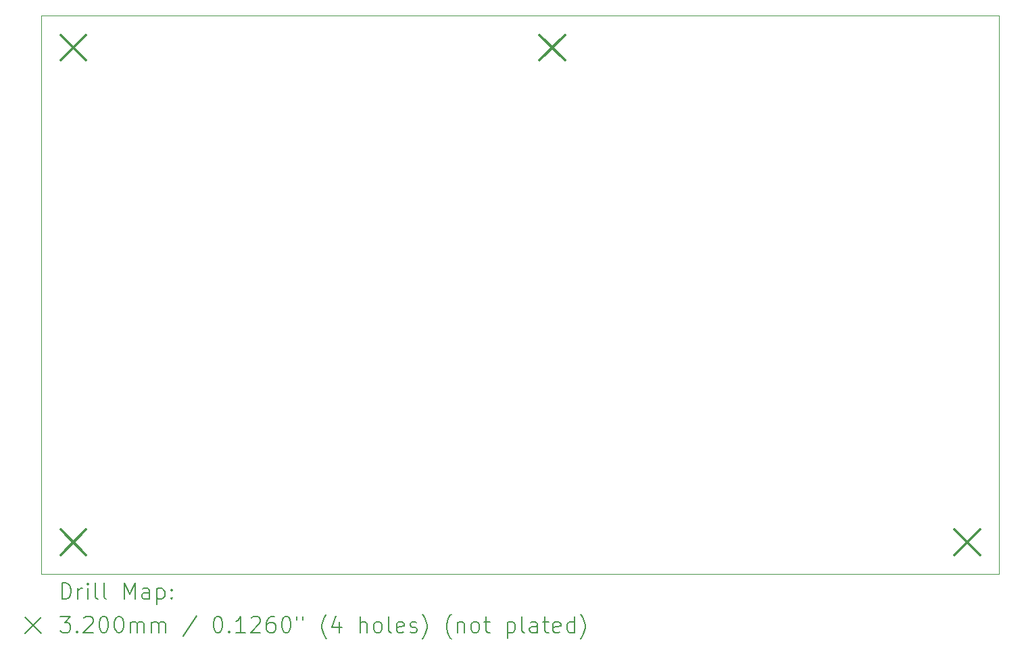
<source format=gbr>
%TF.GenerationSoftware,KiCad,Pcbnew,9.0.6*%
%TF.CreationDate,2025-12-28T14:00:27+01:00*%
%TF.ProjectId,astro-control,61737472-6f2d-4636-9f6e-74726f6c2e6b,rev?*%
%TF.SameCoordinates,Original*%
%TF.FileFunction,Drillmap*%
%TF.FilePolarity,Positive*%
%FSLAX45Y45*%
G04 Gerber Fmt 4.5, Leading zero omitted, Abs format (unit mm)*
G04 Created by KiCad (PCBNEW 9.0.6) date 2025-12-28 14:00:27*
%MOMM*%
%LPD*%
G01*
G04 APERTURE LIST*
%ADD10C,0.050000*%
%ADD11C,0.200000*%
%ADD12C,0.320000*%
G04 APERTURE END LIST*
D10*
X20200000Y-5000000D02*
X20200000Y-12000000D01*
X20200000Y-12000000D02*
X8200000Y-12000000D01*
X8200000Y-12000000D02*
X8200000Y-5000000D01*
X8200000Y-5000000D02*
X20200000Y-5000000D01*
D11*
D12*
X8440000Y-5240000D02*
X8760000Y-5560000D01*
X8760000Y-5240000D02*
X8440000Y-5560000D01*
X8440000Y-11440000D02*
X8760000Y-11760000D01*
X8760000Y-11440000D02*
X8440000Y-11760000D01*
X14440000Y-5240000D02*
X14760000Y-5560000D01*
X14760000Y-5240000D02*
X14440000Y-5560000D01*
X19640000Y-11440000D02*
X19960000Y-11760000D01*
X19960000Y-11440000D02*
X19640000Y-11760000D01*
D11*
X8458277Y-12313984D02*
X8458277Y-12113984D01*
X8458277Y-12113984D02*
X8505896Y-12113984D01*
X8505896Y-12113984D02*
X8534467Y-12123508D01*
X8534467Y-12123508D02*
X8553515Y-12142555D01*
X8553515Y-12142555D02*
X8563039Y-12161603D01*
X8563039Y-12161603D02*
X8572563Y-12199698D01*
X8572563Y-12199698D02*
X8572563Y-12228269D01*
X8572563Y-12228269D02*
X8563039Y-12266365D01*
X8563039Y-12266365D02*
X8553515Y-12285412D01*
X8553515Y-12285412D02*
X8534467Y-12304460D01*
X8534467Y-12304460D02*
X8505896Y-12313984D01*
X8505896Y-12313984D02*
X8458277Y-12313984D01*
X8658277Y-12313984D02*
X8658277Y-12180650D01*
X8658277Y-12218746D02*
X8667801Y-12199698D01*
X8667801Y-12199698D02*
X8677324Y-12190174D01*
X8677324Y-12190174D02*
X8696372Y-12180650D01*
X8696372Y-12180650D02*
X8715420Y-12180650D01*
X8782086Y-12313984D02*
X8782086Y-12180650D01*
X8782086Y-12113984D02*
X8772563Y-12123508D01*
X8772563Y-12123508D02*
X8782086Y-12133031D01*
X8782086Y-12133031D02*
X8791610Y-12123508D01*
X8791610Y-12123508D02*
X8782086Y-12113984D01*
X8782086Y-12113984D02*
X8782086Y-12133031D01*
X8905896Y-12313984D02*
X8886848Y-12304460D01*
X8886848Y-12304460D02*
X8877324Y-12285412D01*
X8877324Y-12285412D02*
X8877324Y-12113984D01*
X9010658Y-12313984D02*
X8991610Y-12304460D01*
X8991610Y-12304460D02*
X8982086Y-12285412D01*
X8982086Y-12285412D02*
X8982086Y-12113984D01*
X9239229Y-12313984D02*
X9239229Y-12113984D01*
X9239229Y-12113984D02*
X9305896Y-12256841D01*
X9305896Y-12256841D02*
X9372563Y-12113984D01*
X9372563Y-12113984D02*
X9372563Y-12313984D01*
X9553515Y-12313984D02*
X9553515Y-12209222D01*
X9553515Y-12209222D02*
X9543991Y-12190174D01*
X9543991Y-12190174D02*
X9524944Y-12180650D01*
X9524944Y-12180650D02*
X9486848Y-12180650D01*
X9486848Y-12180650D02*
X9467801Y-12190174D01*
X9553515Y-12304460D02*
X9534467Y-12313984D01*
X9534467Y-12313984D02*
X9486848Y-12313984D01*
X9486848Y-12313984D02*
X9467801Y-12304460D01*
X9467801Y-12304460D02*
X9458277Y-12285412D01*
X9458277Y-12285412D02*
X9458277Y-12266365D01*
X9458277Y-12266365D02*
X9467801Y-12247317D01*
X9467801Y-12247317D02*
X9486848Y-12237793D01*
X9486848Y-12237793D02*
X9534467Y-12237793D01*
X9534467Y-12237793D02*
X9553515Y-12228269D01*
X9648753Y-12180650D02*
X9648753Y-12380650D01*
X9648753Y-12190174D02*
X9667801Y-12180650D01*
X9667801Y-12180650D02*
X9705896Y-12180650D01*
X9705896Y-12180650D02*
X9724944Y-12190174D01*
X9724944Y-12190174D02*
X9734467Y-12199698D01*
X9734467Y-12199698D02*
X9743991Y-12218746D01*
X9743991Y-12218746D02*
X9743991Y-12275888D01*
X9743991Y-12275888D02*
X9734467Y-12294936D01*
X9734467Y-12294936D02*
X9724944Y-12304460D01*
X9724944Y-12304460D02*
X9705896Y-12313984D01*
X9705896Y-12313984D02*
X9667801Y-12313984D01*
X9667801Y-12313984D02*
X9648753Y-12304460D01*
X9829705Y-12294936D02*
X9839229Y-12304460D01*
X9839229Y-12304460D02*
X9829705Y-12313984D01*
X9829705Y-12313984D02*
X9820182Y-12304460D01*
X9820182Y-12304460D02*
X9829705Y-12294936D01*
X9829705Y-12294936D02*
X9829705Y-12313984D01*
X9829705Y-12190174D02*
X9839229Y-12199698D01*
X9839229Y-12199698D02*
X9829705Y-12209222D01*
X9829705Y-12209222D02*
X9820182Y-12199698D01*
X9820182Y-12199698D02*
X9829705Y-12190174D01*
X9829705Y-12190174D02*
X9829705Y-12209222D01*
X7997500Y-12542500D02*
X8197500Y-12742500D01*
X8197500Y-12542500D02*
X7997500Y-12742500D01*
X8439229Y-12533984D02*
X8563039Y-12533984D01*
X8563039Y-12533984D02*
X8496372Y-12610174D01*
X8496372Y-12610174D02*
X8524944Y-12610174D01*
X8524944Y-12610174D02*
X8543991Y-12619698D01*
X8543991Y-12619698D02*
X8553515Y-12629222D01*
X8553515Y-12629222D02*
X8563039Y-12648269D01*
X8563039Y-12648269D02*
X8563039Y-12695888D01*
X8563039Y-12695888D02*
X8553515Y-12714936D01*
X8553515Y-12714936D02*
X8543991Y-12724460D01*
X8543991Y-12724460D02*
X8524944Y-12733984D01*
X8524944Y-12733984D02*
X8467801Y-12733984D01*
X8467801Y-12733984D02*
X8448753Y-12724460D01*
X8448753Y-12724460D02*
X8439229Y-12714936D01*
X8648753Y-12714936D02*
X8658277Y-12724460D01*
X8658277Y-12724460D02*
X8648753Y-12733984D01*
X8648753Y-12733984D02*
X8639229Y-12724460D01*
X8639229Y-12724460D02*
X8648753Y-12714936D01*
X8648753Y-12714936D02*
X8648753Y-12733984D01*
X8734467Y-12553031D02*
X8743991Y-12543508D01*
X8743991Y-12543508D02*
X8763039Y-12533984D01*
X8763039Y-12533984D02*
X8810658Y-12533984D01*
X8810658Y-12533984D02*
X8829705Y-12543508D01*
X8829705Y-12543508D02*
X8839229Y-12553031D01*
X8839229Y-12553031D02*
X8848753Y-12572079D01*
X8848753Y-12572079D02*
X8848753Y-12591127D01*
X8848753Y-12591127D02*
X8839229Y-12619698D01*
X8839229Y-12619698D02*
X8724944Y-12733984D01*
X8724944Y-12733984D02*
X8848753Y-12733984D01*
X8972563Y-12533984D02*
X8991610Y-12533984D01*
X8991610Y-12533984D02*
X9010658Y-12543508D01*
X9010658Y-12543508D02*
X9020182Y-12553031D01*
X9020182Y-12553031D02*
X9029705Y-12572079D01*
X9029705Y-12572079D02*
X9039229Y-12610174D01*
X9039229Y-12610174D02*
X9039229Y-12657793D01*
X9039229Y-12657793D02*
X9029705Y-12695888D01*
X9029705Y-12695888D02*
X9020182Y-12714936D01*
X9020182Y-12714936D02*
X9010658Y-12724460D01*
X9010658Y-12724460D02*
X8991610Y-12733984D01*
X8991610Y-12733984D02*
X8972563Y-12733984D01*
X8972563Y-12733984D02*
X8953515Y-12724460D01*
X8953515Y-12724460D02*
X8943991Y-12714936D01*
X8943991Y-12714936D02*
X8934467Y-12695888D01*
X8934467Y-12695888D02*
X8924944Y-12657793D01*
X8924944Y-12657793D02*
X8924944Y-12610174D01*
X8924944Y-12610174D02*
X8934467Y-12572079D01*
X8934467Y-12572079D02*
X8943991Y-12553031D01*
X8943991Y-12553031D02*
X8953515Y-12543508D01*
X8953515Y-12543508D02*
X8972563Y-12533984D01*
X9163039Y-12533984D02*
X9182086Y-12533984D01*
X9182086Y-12533984D02*
X9201134Y-12543508D01*
X9201134Y-12543508D02*
X9210658Y-12553031D01*
X9210658Y-12553031D02*
X9220182Y-12572079D01*
X9220182Y-12572079D02*
X9229705Y-12610174D01*
X9229705Y-12610174D02*
X9229705Y-12657793D01*
X9229705Y-12657793D02*
X9220182Y-12695888D01*
X9220182Y-12695888D02*
X9210658Y-12714936D01*
X9210658Y-12714936D02*
X9201134Y-12724460D01*
X9201134Y-12724460D02*
X9182086Y-12733984D01*
X9182086Y-12733984D02*
X9163039Y-12733984D01*
X9163039Y-12733984D02*
X9143991Y-12724460D01*
X9143991Y-12724460D02*
X9134467Y-12714936D01*
X9134467Y-12714936D02*
X9124944Y-12695888D01*
X9124944Y-12695888D02*
X9115420Y-12657793D01*
X9115420Y-12657793D02*
X9115420Y-12610174D01*
X9115420Y-12610174D02*
X9124944Y-12572079D01*
X9124944Y-12572079D02*
X9134467Y-12553031D01*
X9134467Y-12553031D02*
X9143991Y-12543508D01*
X9143991Y-12543508D02*
X9163039Y-12533984D01*
X9315420Y-12733984D02*
X9315420Y-12600650D01*
X9315420Y-12619698D02*
X9324944Y-12610174D01*
X9324944Y-12610174D02*
X9343991Y-12600650D01*
X9343991Y-12600650D02*
X9372563Y-12600650D01*
X9372563Y-12600650D02*
X9391610Y-12610174D01*
X9391610Y-12610174D02*
X9401134Y-12629222D01*
X9401134Y-12629222D02*
X9401134Y-12733984D01*
X9401134Y-12629222D02*
X9410658Y-12610174D01*
X9410658Y-12610174D02*
X9429705Y-12600650D01*
X9429705Y-12600650D02*
X9458277Y-12600650D01*
X9458277Y-12600650D02*
X9477325Y-12610174D01*
X9477325Y-12610174D02*
X9486848Y-12629222D01*
X9486848Y-12629222D02*
X9486848Y-12733984D01*
X9582086Y-12733984D02*
X9582086Y-12600650D01*
X9582086Y-12619698D02*
X9591610Y-12610174D01*
X9591610Y-12610174D02*
X9610658Y-12600650D01*
X9610658Y-12600650D02*
X9639229Y-12600650D01*
X9639229Y-12600650D02*
X9658277Y-12610174D01*
X9658277Y-12610174D02*
X9667801Y-12629222D01*
X9667801Y-12629222D02*
X9667801Y-12733984D01*
X9667801Y-12629222D02*
X9677325Y-12610174D01*
X9677325Y-12610174D02*
X9696372Y-12600650D01*
X9696372Y-12600650D02*
X9724944Y-12600650D01*
X9724944Y-12600650D02*
X9743991Y-12610174D01*
X9743991Y-12610174D02*
X9753515Y-12629222D01*
X9753515Y-12629222D02*
X9753515Y-12733984D01*
X10143991Y-12524460D02*
X9972563Y-12781603D01*
X10401134Y-12533984D02*
X10420182Y-12533984D01*
X10420182Y-12533984D02*
X10439229Y-12543508D01*
X10439229Y-12543508D02*
X10448753Y-12553031D01*
X10448753Y-12553031D02*
X10458277Y-12572079D01*
X10458277Y-12572079D02*
X10467801Y-12610174D01*
X10467801Y-12610174D02*
X10467801Y-12657793D01*
X10467801Y-12657793D02*
X10458277Y-12695888D01*
X10458277Y-12695888D02*
X10448753Y-12714936D01*
X10448753Y-12714936D02*
X10439229Y-12724460D01*
X10439229Y-12724460D02*
X10420182Y-12733984D01*
X10420182Y-12733984D02*
X10401134Y-12733984D01*
X10401134Y-12733984D02*
X10382087Y-12724460D01*
X10382087Y-12724460D02*
X10372563Y-12714936D01*
X10372563Y-12714936D02*
X10363039Y-12695888D01*
X10363039Y-12695888D02*
X10353515Y-12657793D01*
X10353515Y-12657793D02*
X10353515Y-12610174D01*
X10353515Y-12610174D02*
X10363039Y-12572079D01*
X10363039Y-12572079D02*
X10372563Y-12553031D01*
X10372563Y-12553031D02*
X10382087Y-12543508D01*
X10382087Y-12543508D02*
X10401134Y-12533984D01*
X10553515Y-12714936D02*
X10563039Y-12724460D01*
X10563039Y-12724460D02*
X10553515Y-12733984D01*
X10553515Y-12733984D02*
X10543991Y-12724460D01*
X10543991Y-12724460D02*
X10553515Y-12714936D01*
X10553515Y-12714936D02*
X10553515Y-12733984D01*
X10753515Y-12733984D02*
X10639229Y-12733984D01*
X10696372Y-12733984D02*
X10696372Y-12533984D01*
X10696372Y-12533984D02*
X10677325Y-12562555D01*
X10677325Y-12562555D02*
X10658277Y-12581603D01*
X10658277Y-12581603D02*
X10639229Y-12591127D01*
X10829706Y-12553031D02*
X10839229Y-12543508D01*
X10839229Y-12543508D02*
X10858277Y-12533984D01*
X10858277Y-12533984D02*
X10905896Y-12533984D01*
X10905896Y-12533984D02*
X10924944Y-12543508D01*
X10924944Y-12543508D02*
X10934468Y-12553031D01*
X10934468Y-12553031D02*
X10943991Y-12572079D01*
X10943991Y-12572079D02*
X10943991Y-12591127D01*
X10943991Y-12591127D02*
X10934468Y-12619698D01*
X10934468Y-12619698D02*
X10820182Y-12733984D01*
X10820182Y-12733984D02*
X10943991Y-12733984D01*
X11115420Y-12533984D02*
X11077325Y-12533984D01*
X11077325Y-12533984D02*
X11058277Y-12543508D01*
X11058277Y-12543508D02*
X11048753Y-12553031D01*
X11048753Y-12553031D02*
X11029706Y-12581603D01*
X11029706Y-12581603D02*
X11020182Y-12619698D01*
X11020182Y-12619698D02*
X11020182Y-12695888D01*
X11020182Y-12695888D02*
X11029706Y-12714936D01*
X11029706Y-12714936D02*
X11039229Y-12724460D01*
X11039229Y-12724460D02*
X11058277Y-12733984D01*
X11058277Y-12733984D02*
X11096372Y-12733984D01*
X11096372Y-12733984D02*
X11115420Y-12724460D01*
X11115420Y-12724460D02*
X11124944Y-12714936D01*
X11124944Y-12714936D02*
X11134468Y-12695888D01*
X11134468Y-12695888D02*
X11134468Y-12648269D01*
X11134468Y-12648269D02*
X11124944Y-12629222D01*
X11124944Y-12629222D02*
X11115420Y-12619698D01*
X11115420Y-12619698D02*
X11096372Y-12610174D01*
X11096372Y-12610174D02*
X11058277Y-12610174D01*
X11058277Y-12610174D02*
X11039229Y-12619698D01*
X11039229Y-12619698D02*
X11029706Y-12629222D01*
X11029706Y-12629222D02*
X11020182Y-12648269D01*
X11258277Y-12533984D02*
X11277325Y-12533984D01*
X11277325Y-12533984D02*
X11296372Y-12543508D01*
X11296372Y-12543508D02*
X11305896Y-12553031D01*
X11305896Y-12553031D02*
X11315420Y-12572079D01*
X11315420Y-12572079D02*
X11324944Y-12610174D01*
X11324944Y-12610174D02*
X11324944Y-12657793D01*
X11324944Y-12657793D02*
X11315420Y-12695888D01*
X11315420Y-12695888D02*
X11305896Y-12714936D01*
X11305896Y-12714936D02*
X11296372Y-12724460D01*
X11296372Y-12724460D02*
X11277325Y-12733984D01*
X11277325Y-12733984D02*
X11258277Y-12733984D01*
X11258277Y-12733984D02*
X11239229Y-12724460D01*
X11239229Y-12724460D02*
X11229706Y-12714936D01*
X11229706Y-12714936D02*
X11220182Y-12695888D01*
X11220182Y-12695888D02*
X11210658Y-12657793D01*
X11210658Y-12657793D02*
X11210658Y-12610174D01*
X11210658Y-12610174D02*
X11220182Y-12572079D01*
X11220182Y-12572079D02*
X11229706Y-12553031D01*
X11229706Y-12553031D02*
X11239229Y-12543508D01*
X11239229Y-12543508D02*
X11258277Y-12533984D01*
X11401134Y-12533984D02*
X11401134Y-12572079D01*
X11477325Y-12533984D02*
X11477325Y-12572079D01*
X11772563Y-12810174D02*
X11763039Y-12800650D01*
X11763039Y-12800650D02*
X11743991Y-12772079D01*
X11743991Y-12772079D02*
X11734468Y-12753031D01*
X11734468Y-12753031D02*
X11724944Y-12724460D01*
X11724944Y-12724460D02*
X11715420Y-12676841D01*
X11715420Y-12676841D02*
X11715420Y-12638746D01*
X11715420Y-12638746D02*
X11724944Y-12591127D01*
X11724944Y-12591127D02*
X11734468Y-12562555D01*
X11734468Y-12562555D02*
X11743991Y-12543508D01*
X11743991Y-12543508D02*
X11763039Y-12514936D01*
X11763039Y-12514936D02*
X11772563Y-12505412D01*
X11934468Y-12600650D02*
X11934468Y-12733984D01*
X11886848Y-12524460D02*
X11839229Y-12667317D01*
X11839229Y-12667317D02*
X11963039Y-12667317D01*
X12191610Y-12733984D02*
X12191610Y-12533984D01*
X12277325Y-12733984D02*
X12277325Y-12629222D01*
X12277325Y-12629222D02*
X12267801Y-12610174D01*
X12267801Y-12610174D02*
X12248753Y-12600650D01*
X12248753Y-12600650D02*
X12220182Y-12600650D01*
X12220182Y-12600650D02*
X12201134Y-12610174D01*
X12201134Y-12610174D02*
X12191610Y-12619698D01*
X12401134Y-12733984D02*
X12382087Y-12724460D01*
X12382087Y-12724460D02*
X12372563Y-12714936D01*
X12372563Y-12714936D02*
X12363039Y-12695888D01*
X12363039Y-12695888D02*
X12363039Y-12638746D01*
X12363039Y-12638746D02*
X12372563Y-12619698D01*
X12372563Y-12619698D02*
X12382087Y-12610174D01*
X12382087Y-12610174D02*
X12401134Y-12600650D01*
X12401134Y-12600650D02*
X12429706Y-12600650D01*
X12429706Y-12600650D02*
X12448753Y-12610174D01*
X12448753Y-12610174D02*
X12458277Y-12619698D01*
X12458277Y-12619698D02*
X12467801Y-12638746D01*
X12467801Y-12638746D02*
X12467801Y-12695888D01*
X12467801Y-12695888D02*
X12458277Y-12714936D01*
X12458277Y-12714936D02*
X12448753Y-12724460D01*
X12448753Y-12724460D02*
X12429706Y-12733984D01*
X12429706Y-12733984D02*
X12401134Y-12733984D01*
X12582087Y-12733984D02*
X12563039Y-12724460D01*
X12563039Y-12724460D02*
X12553515Y-12705412D01*
X12553515Y-12705412D02*
X12553515Y-12533984D01*
X12734468Y-12724460D02*
X12715420Y-12733984D01*
X12715420Y-12733984D02*
X12677325Y-12733984D01*
X12677325Y-12733984D02*
X12658277Y-12724460D01*
X12658277Y-12724460D02*
X12648753Y-12705412D01*
X12648753Y-12705412D02*
X12648753Y-12629222D01*
X12648753Y-12629222D02*
X12658277Y-12610174D01*
X12658277Y-12610174D02*
X12677325Y-12600650D01*
X12677325Y-12600650D02*
X12715420Y-12600650D01*
X12715420Y-12600650D02*
X12734468Y-12610174D01*
X12734468Y-12610174D02*
X12743991Y-12629222D01*
X12743991Y-12629222D02*
X12743991Y-12648269D01*
X12743991Y-12648269D02*
X12648753Y-12667317D01*
X12820182Y-12724460D02*
X12839230Y-12733984D01*
X12839230Y-12733984D02*
X12877325Y-12733984D01*
X12877325Y-12733984D02*
X12896372Y-12724460D01*
X12896372Y-12724460D02*
X12905896Y-12705412D01*
X12905896Y-12705412D02*
X12905896Y-12695888D01*
X12905896Y-12695888D02*
X12896372Y-12676841D01*
X12896372Y-12676841D02*
X12877325Y-12667317D01*
X12877325Y-12667317D02*
X12848753Y-12667317D01*
X12848753Y-12667317D02*
X12829706Y-12657793D01*
X12829706Y-12657793D02*
X12820182Y-12638746D01*
X12820182Y-12638746D02*
X12820182Y-12629222D01*
X12820182Y-12629222D02*
X12829706Y-12610174D01*
X12829706Y-12610174D02*
X12848753Y-12600650D01*
X12848753Y-12600650D02*
X12877325Y-12600650D01*
X12877325Y-12600650D02*
X12896372Y-12610174D01*
X12972563Y-12810174D02*
X12982087Y-12800650D01*
X12982087Y-12800650D02*
X13001134Y-12772079D01*
X13001134Y-12772079D02*
X13010658Y-12753031D01*
X13010658Y-12753031D02*
X13020182Y-12724460D01*
X13020182Y-12724460D02*
X13029706Y-12676841D01*
X13029706Y-12676841D02*
X13029706Y-12638746D01*
X13029706Y-12638746D02*
X13020182Y-12591127D01*
X13020182Y-12591127D02*
X13010658Y-12562555D01*
X13010658Y-12562555D02*
X13001134Y-12543508D01*
X13001134Y-12543508D02*
X12982087Y-12514936D01*
X12982087Y-12514936D02*
X12972563Y-12505412D01*
X13334468Y-12810174D02*
X13324944Y-12800650D01*
X13324944Y-12800650D02*
X13305896Y-12772079D01*
X13305896Y-12772079D02*
X13296372Y-12753031D01*
X13296372Y-12753031D02*
X13286849Y-12724460D01*
X13286849Y-12724460D02*
X13277325Y-12676841D01*
X13277325Y-12676841D02*
X13277325Y-12638746D01*
X13277325Y-12638746D02*
X13286849Y-12591127D01*
X13286849Y-12591127D02*
X13296372Y-12562555D01*
X13296372Y-12562555D02*
X13305896Y-12543508D01*
X13305896Y-12543508D02*
X13324944Y-12514936D01*
X13324944Y-12514936D02*
X13334468Y-12505412D01*
X13410658Y-12600650D02*
X13410658Y-12733984D01*
X13410658Y-12619698D02*
X13420182Y-12610174D01*
X13420182Y-12610174D02*
X13439230Y-12600650D01*
X13439230Y-12600650D02*
X13467801Y-12600650D01*
X13467801Y-12600650D02*
X13486849Y-12610174D01*
X13486849Y-12610174D02*
X13496372Y-12629222D01*
X13496372Y-12629222D02*
X13496372Y-12733984D01*
X13620182Y-12733984D02*
X13601134Y-12724460D01*
X13601134Y-12724460D02*
X13591611Y-12714936D01*
X13591611Y-12714936D02*
X13582087Y-12695888D01*
X13582087Y-12695888D02*
X13582087Y-12638746D01*
X13582087Y-12638746D02*
X13591611Y-12619698D01*
X13591611Y-12619698D02*
X13601134Y-12610174D01*
X13601134Y-12610174D02*
X13620182Y-12600650D01*
X13620182Y-12600650D02*
X13648753Y-12600650D01*
X13648753Y-12600650D02*
X13667801Y-12610174D01*
X13667801Y-12610174D02*
X13677325Y-12619698D01*
X13677325Y-12619698D02*
X13686849Y-12638746D01*
X13686849Y-12638746D02*
X13686849Y-12695888D01*
X13686849Y-12695888D02*
X13677325Y-12714936D01*
X13677325Y-12714936D02*
X13667801Y-12724460D01*
X13667801Y-12724460D02*
X13648753Y-12733984D01*
X13648753Y-12733984D02*
X13620182Y-12733984D01*
X13743992Y-12600650D02*
X13820182Y-12600650D01*
X13772563Y-12533984D02*
X13772563Y-12705412D01*
X13772563Y-12705412D02*
X13782087Y-12724460D01*
X13782087Y-12724460D02*
X13801134Y-12733984D01*
X13801134Y-12733984D02*
X13820182Y-12733984D01*
X14039230Y-12600650D02*
X14039230Y-12800650D01*
X14039230Y-12610174D02*
X14058277Y-12600650D01*
X14058277Y-12600650D02*
X14096373Y-12600650D01*
X14096373Y-12600650D02*
X14115420Y-12610174D01*
X14115420Y-12610174D02*
X14124944Y-12619698D01*
X14124944Y-12619698D02*
X14134468Y-12638746D01*
X14134468Y-12638746D02*
X14134468Y-12695888D01*
X14134468Y-12695888D02*
X14124944Y-12714936D01*
X14124944Y-12714936D02*
X14115420Y-12724460D01*
X14115420Y-12724460D02*
X14096373Y-12733984D01*
X14096373Y-12733984D02*
X14058277Y-12733984D01*
X14058277Y-12733984D02*
X14039230Y-12724460D01*
X14248753Y-12733984D02*
X14229706Y-12724460D01*
X14229706Y-12724460D02*
X14220182Y-12705412D01*
X14220182Y-12705412D02*
X14220182Y-12533984D01*
X14410658Y-12733984D02*
X14410658Y-12629222D01*
X14410658Y-12629222D02*
X14401134Y-12610174D01*
X14401134Y-12610174D02*
X14382087Y-12600650D01*
X14382087Y-12600650D02*
X14343992Y-12600650D01*
X14343992Y-12600650D02*
X14324944Y-12610174D01*
X14410658Y-12724460D02*
X14391611Y-12733984D01*
X14391611Y-12733984D02*
X14343992Y-12733984D01*
X14343992Y-12733984D02*
X14324944Y-12724460D01*
X14324944Y-12724460D02*
X14315420Y-12705412D01*
X14315420Y-12705412D02*
X14315420Y-12686365D01*
X14315420Y-12686365D02*
X14324944Y-12667317D01*
X14324944Y-12667317D02*
X14343992Y-12657793D01*
X14343992Y-12657793D02*
X14391611Y-12657793D01*
X14391611Y-12657793D02*
X14410658Y-12648269D01*
X14477325Y-12600650D02*
X14553515Y-12600650D01*
X14505896Y-12533984D02*
X14505896Y-12705412D01*
X14505896Y-12705412D02*
X14515420Y-12724460D01*
X14515420Y-12724460D02*
X14534468Y-12733984D01*
X14534468Y-12733984D02*
X14553515Y-12733984D01*
X14696373Y-12724460D02*
X14677325Y-12733984D01*
X14677325Y-12733984D02*
X14639230Y-12733984D01*
X14639230Y-12733984D02*
X14620182Y-12724460D01*
X14620182Y-12724460D02*
X14610658Y-12705412D01*
X14610658Y-12705412D02*
X14610658Y-12629222D01*
X14610658Y-12629222D02*
X14620182Y-12610174D01*
X14620182Y-12610174D02*
X14639230Y-12600650D01*
X14639230Y-12600650D02*
X14677325Y-12600650D01*
X14677325Y-12600650D02*
X14696373Y-12610174D01*
X14696373Y-12610174D02*
X14705896Y-12629222D01*
X14705896Y-12629222D02*
X14705896Y-12648269D01*
X14705896Y-12648269D02*
X14610658Y-12667317D01*
X14877325Y-12733984D02*
X14877325Y-12533984D01*
X14877325Y-12724460D02*
X14858277Y-12733984D01*
X14858277Y-12733984D02*
X14820182Y-12733984D01*
X14820182Y-12733984D02*
X14801134Y-12724460D01*
X14801134Y-12724460D02*
X14791611Y-12714936D01*
X14791611Y-12714936D02*
X14782087Y-12695888D01*
X14782087Y-12695888D02*
X14782087Y-12638746D01*
X14782087Y-12638746D02*
X14791611Y-12619698D01*
X14791611Y-12619698D02*
X14801134Y-12610174D01*
X14801134Y-12610174D02*
X14820182Y-12600650D01*
X14820182Y-12600650D02*
X14858277Y-12600650D01*
X14858277Y-12600650D02*
X14877325Y-12610174D01*
X14953515Y-12810174D02*
X14963039Y-12800650D01*
X14963039Y-12800650D02*
X14982087Y-12772079D01*
X14982087Y-12772079D02*
X14991611Y-12753031D01*
X14991611Y-12753031D02*
X15001134Y-12724460D01*
X15001134Y-12724460D02*
X15010658Y-12676841D01*
X15010658Y-12676841D02*
X15010658Y-12638746D01*
X15010658Y-12638746D02*
X15001134Y-12591127D01*
X15001134Y-12591127D02*
X14991611Y-12562555D01*
X14991611Y-12562555D02*
X14982087Y-12543508D01*
X14982087Y-12543508D02*
X14963039Y-12514936D01*
X14963039Y-12514936D02*
X14953515Y-12505412D01*
M02*

</source>
